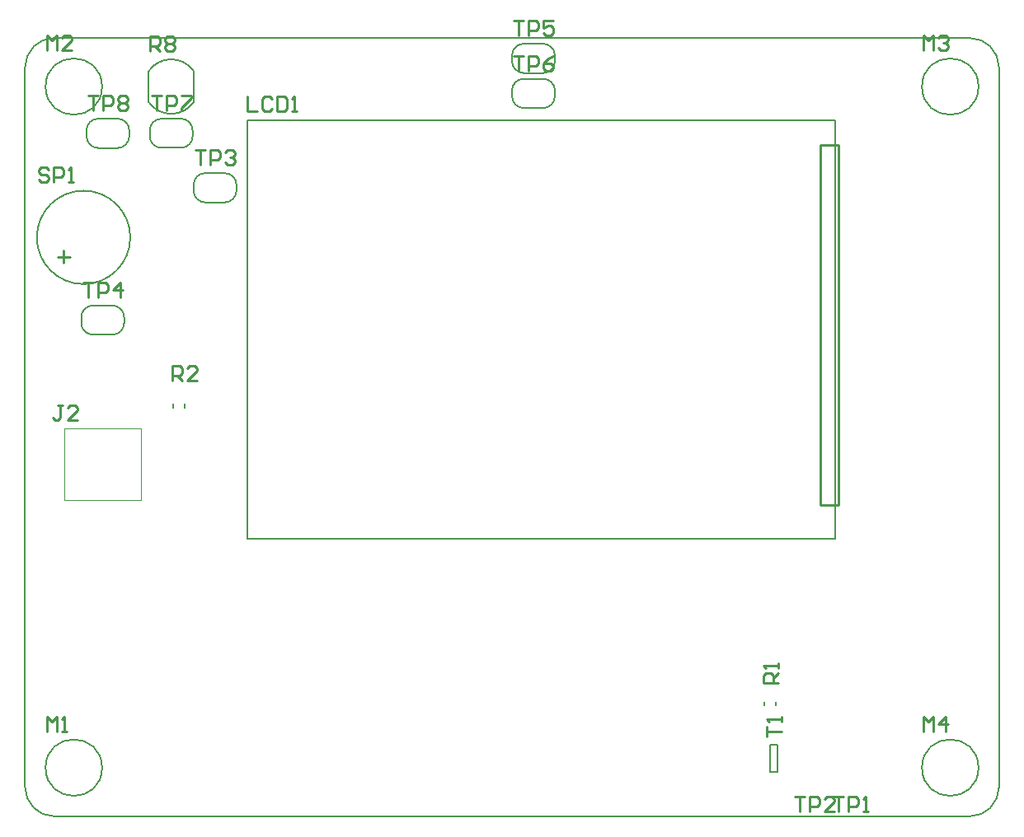
<source format=gto>
G04*
G04 #@! TF.GenerationSoftware,Altium Limited,Altium Designer,19.0.10 (269)*
G04*
G04 Layer_Color=65535*
%FSLAX44Y44*%
%MOMM*%
G71*
G01*
G75*
%ADD10C,0.1500*%
%ADD11C,0.1524*%
%ADD12C,0.1000*%
%ADD13C,0.2540*%
D10*
X107000Y704958D02*
G03*
X95000Y716957I-12000J0D01*
G01*
X63000Y698958D02*
G03*
X75000Y686957I12000J0D01*
G01*
X95000D02*
G03*
X107000Y698958I0J12000D01*
G01*
X75000Y716957D02*
G03*
X63000Y704958I0J-12000D01*
G01*
X108000Y595000D02*
G03*
X108000Y595000I-48000J0D01*
G01*
X217000Y649000D02*
G03*
X205000Y661000I-12000J0D01*
G01*
X173000Y643000D02*
G03*
X185000Y631000I12000J0D01*
G01*
X205000D02*
G03*
X217000Y643000I0J12000D01*
G01*
X185000Y661000D02*
G03*
X173000Y649000I0J-12000D01*
G01*
X101650Y513000D02*
G03*
X89650Y525000I-12000J0D01*
G01*
X57650Y507000D02*
G03*
X69650Y495000I12000J0D01*
G01*
X89650D02*
G03*
X101650Y507000I0J12000D01*
G01*
X69650Y525000D02*
G03*
X57650Y513000I0J-12000D01*
G01*
X500000Y740000D02*
G03*
X512000Y728000I12000J0D01*
G01*
X544000Y746000D02*
G03*
X532000Y758000I-12000J0D01*
G01*
X512000D02*
G03*
X500000Y746000I0J-12000D01*
G01*
X532000Y728000D02*
G03*
X544000Y740000I0J12000D01*
G01*
Y782000D02*
G03*
X532000Y794000I-12000J0D01*
G01*
X500000Y776000D02*
G03*
X512000Y764000I12000J0D01*
G01*
X532000D02*
G03*
X544000Y776000I0J12000D01*
G01*
X512000Y794000D02*
G03*
X500000Y782000I0J-12000D01*
G01*
X172000Y705000D02*
G03*
X160000Y717000I-12000J0D01*
G01*
X128000Y699000D02*
G03*
X140000Y687000I12000J0D01*
G01*
X160000D02*
G03*
X172000Y699000I0J12000D01*
G01*
X140000Y717000D02*
G03*
X128000Y705000I0J-12000D01*
G01*
X979000Y50000D02*
G03*
X979000Y50000I-29000J0D01*
G01*
Y750000D02*
G03*
X979000Y750000I-29000J0D01*
G01*
X79000D02*
G03*
X79000Y750000I-29000J0D01*
G01*
X79001Y50001D02*
G03*
X79001Y50001I-29000J0D01*
G01*
X127008Y734020D02*
G03*
X172992Y734020I22992J15980D01*
G01*
Y765980D02*
G03*
X127008Y765980I-22992J-15980D01*
G01*
X75000Y716957D02*
X95000D01*
X63000Y698958D02*
Y704958D01*
X107000Y698958D02*
Y704958D01*
X75000Y686957D02*
X95000D01*
X164000Y420000D02*
Y424000D01*
X152000Y420000D02*
Y424000D01*
X765000Y74000D02*
X773000D01*
X765000Y46000D02*
X773000D01*
X765000D02*
Y74000D01*
X773000Y46000D02*
Y74000D01*
X771000Y114000D02*
Y118000D01*
X759000Y114000D02*
Y118000D01*
X185000Y661000D02*
X205000D01*
X173000Y643000D02*
Y649000D01*
X217000Y643000D02*
Y649000D01*
X185000Y631000D02*
X205000D01*
X69650Y525000D02*
X89650D01*
X57650Y507000D02*
Y513000D01*
X101650Y507000D02*
Y513000D01*
X69650Y495000D02*
X89650D01*
X512000Y728000D02*
X532000D01*
X544000Y740000D02*
Y746000D01*
X500000Y740000D02*
Y746000D01*
X512000Y758000D02*
X532000D01*
X512000Y794000D02*
X532000D01*
X500000Y776000D02*
Y782000D01*
X544000Y776000D02*
Y782000D01*
X512000Y764000D02*
X532000D01*
X140000Y717000D02*
X160000D01*
X128000Y699000D02*
Y705000D01*
X172000Y699000D02*
Y705000D01*
X140000Y687000D02*
X160000D01*
X173000Y734000D02*
Y766000D01*
X127000Y734000D02*
Y766000D01*
X0Y30000D02*
G03*
X30000Y0I30000J0D01*
G01*
X970046D02*
G03*
X1000000Y29954I0J29954D01*
G01*
Y770000D02*
G03*
X970000Y800000I-30000J0D01*
G01*
X30000D02*
G03*
X0Y770000I0J-30000D01*
G01*
X30000Y0D02*
X970046D01*
X1000000Y29954D02*
Y770000D01*
X30000Y800000D02*
X970000D01*
X0Y30000D02*
Y770000D01*
D11*
X228000Y285000D02*
Y715000D01*
X832000Y285000D02*
Y715000D01*
X228000D02*
X832000D01*
X228000Y285000D02*
X832000D01*
D12*
X40650Y398700D02*
X118650D01*
Y324700D02*
Y398700D01*
X40650Y324700D02*
Y398700D01*
Y324700D02*
X118650D01*
D13*
X39715Y568975D02*
Y581355D01*
X45905Y575165D02*
X33525D01*
X64807Y740687D02*
X74964D01*
X69885D01*
Y725452D01*
X80042D02*
Y740687D01*
X87660D01*
X90199Y738148D01*
Y733070D01*
X87660Y730531D01*
X80042D01*
X95277Y738148D02*
X97816Y740687D01*
X102895D01*
X105434Y738148D01*
Y735609D01*
X102895Y733070D01*
X105434Y730531D01*
Y727992D01*
X102895Y725452D01*
X97816D01*
X95277Y727992D01*
Y730531D01*
X97816Y733070D01*
X95277Y735609D01*
Y738148D01*
X97816Y733070D02*
X102895D01*
X129807Y740730D02*
X139964D01*
X134885D01*
Y725495D01*
X145042D02*
Y740730D01*
X152660D01*
X155199Y738191D01*
Y733112D01*
X152660Y730573D01*
X145042D01*
X160277Y740730D02*
X170434D01*
Y738191D01*
X160277Y728034D01*
Y725495D01*
X501820Y781537D02*
X511977D01*
X506898D01*
Y766302D01*
X517055D02*
Y781537D01*
X524673D01*
X527212Y778998D01*
Y773920D01*
X524673Y771380D01*
X517055D01*
X542447Y781537D02*
X537369Y778998D01*
X532290Y773920D01*
Y768841D01*
X534829Y766302D01*
X539908D01*
X542447Y768841D01*
Y771380D01*
X539908Y773920D01*
X532290D01*
X501902Y817669D02*
X512059D01*
X506980D01*
Y802434D01*
X517137D02*
Y817669D01*
X524755D01*
X527294Y815130D01*
Y810051D01*
X524755Y807512D01*
X517137D01*
X542529Y817669D02*
X532372D01*
Y810051D01*
X537450Y812591D01*
X539990D01*
X542529Y810051D01*
Y804973D01*
X539990Y802434D01*
X534911D01*
X532372Y804973D01*
X59457Y548730D02*
X69614D01*
X64535D01*
Y533495D01*
X74692D02*
Y548730D01*
X82310D01*
X84849Y546191D01*
Y541113D01*
X82310Y538573D01*
X74692D01*
X97545Y533495D02*
Y548730D01*
X89927Y541113D01*
X100084D01*
X174807Y684730D02*
X184964D01*
X179885D01*
Y669495D01*
X190042D02*
Y684730D01*
X197660D01*
X200199Y682191D01*
Y677113D01*
X197660Y674573D01*
X190042D01*
X205277Y682191D02*
X207816Y684730D01*
X212895D01*
X215434Y682191D01*
Y679652D01*
X212895Y677113D01*
X210355D01*
X212895D01*
X215434Y674573D01*
Y672034D01*
X212895Y669495D01*
X207816D01*
X205277Y672034D01*
X790000Y20235D02*
X800157D01*
X795078D01*
Y5000D01*
X805235D02*
Y20235D01*
X812853D01*
X815392Y17696D01*
Y12617D01*
X812853Y10078D01*
X805235D01*
X830627Y5000D02*
X820470D01*
X830627Y15157D01*
Y17696D01*
X828088Y20235D01*
X823009D01*
X820470Y17696D01*
X830000Y20235D02*
X840157D01*
X835078D01*
Y5000D01*
X845235D02*
Y20235D01*
X852853D01*
X855392Y17696D01*
Y12617D01*
X852853Y10078D01*
X845235D01*
X860470Y5000D02*
X865548D01*
X863009D01*
Y20235D01*
X860470Y17696D01*
X761765Y82000D02*
Y92157D01*
Y87078D01*
X777000D01*
Y97235D02*
Y102313D01*
Y99774D01*
X761765D01*
X764304Y97235D01*
X24063Y664142D02*
X21523Y666681D01*
X16445D01*
X13906Y664142D01*
Y661603D01*
X16445Y659063D01*
X21523D01*
X24063Y656524D01*
Y653985D01*
X21523Y651446D01*
X16445D01*
X13906Y653985D01*
X29141Y651446D02*
Y666681D01*
X36759D01*
X39298Y664142D01*
Y659063D01*
X36759Y656524D01*
X29141D01*
X44376Y651446D02*
X49454D01*
X46915D01*
Y666681D01*
X44376Y664142D01*
X128714Y786320D02*
Y801555D01*
X136332D01*
X138871Y799016D01*
Y793938D01*
X136332Y791398D01*
X128714D01*
X133792D02*
X138871Y786320D01*
X143949Y799016D02*
X146488Y801555D01*
X151567D01*
X154106Y799016D01*
Y796477D01*
X151567Y793938D01*
X154106Y791398D01*
Y788859D01*
X151567Y786320D01*
X146488D01*
X143949Y788859D01*
Y791398D01*
X146488Y793938D01*
X143949Y796477D01*
Y799016D01*
X146488Y793938D02*
X151567D01*
X151416Y447900D02*
Y463135D01*
X159033D01*
X161573Y460596D01*
Y455518D01*
X159033Y452978D01*
X151416D01*
X156494D02*
X161573Y447900D01*
X176808D02*
X166651D01*
X176808Y458057D01*
Y460596D01*
X174269Y463135D01*
X169190D01*
X166651Y460596D01*
X773043Y137000D02*
X757807D01*
Y144618D01*
X760347Y147157D01*
X765425D01*
X767964Y144618D01*
Y137000D01*
Y142078D02*
X773043Y147157D01*
Y152235D02*
Y157313D01*
Y154774D01*
X757807D01*
X760347Y152235D01*
X922718Y87312D02*
Y102547D01*
X927796Y97469D01*
X932875Y102547D01*
Y87312D01*
X945571D02*
Y102547D01*
X937953Y94930D01*
X948110D01*
X922718Y787336D02*
Y802571D01*
X927796Y797493D01*
X932875Y802571D01*
Y787336D01*
X937953Y800032D02*
X940492Y802571D01*
X945571D01*
X948110Y800032D01*
Y797493D01*
X945571Y794954D01*
X943031D01*
X945571D01*
X948110Y792414D01*
Y789875D01*
X945571Y787336D01*
X940492D01*
X937953Y789875D01*
X22796Y787336D02*
Y802571D01*
X27874Y797493D01*
X32953Y802571D01*
Y787336D01*
X48188D02*
X38031D01*
X48188Y797493D01*
Y800032D01*
X45649Y802571D01*
X40570D01*
X38031Y800032D01*
X22796Y87312D02*
Y102547D01*
X27874Y97469D01*
X32953Y102547D01*
Y87312D01*
X38031D02*
X43109D01*
X40570D01*
Y102547D01*
X38031Y100008D01*
X228282Y740087D02*
Y724852D01*
X238439D01*
X253674Y737548D02*
X251135Y740087D01*
X246056D01*
X243517Y737548D01*
Y727391D01*
X246056Y724852D01*
X251135D01*
X253674Y727391D01*
X258752Y740087D02*
Y724852D01*
X266370D01*
X268909Y727391D01*
Y737548D01*
X266370Y740087D01*
X258752D01*
X273987Y724852D02*
X279066D01*
X276526D01*
Y740087D01*
X273987Y737548D01*
X38663Y422051D02*
X33584D01*
X36123D01*
Y409355D01*
X33584Y406816D01*
X31045D01*
X28506Y409355D01*
X53898Y406816D02*
X43741D01*
X53898Y416973D01*
Y419512D01*
X51359Y422051D01*
X46280D01*
X43741Y419512D01*
X817000Y690000D02*
X817000Y320000D01*
X835000D01*
X835000Y690000D02*
X835000Y320000D01*
X817000Y690000D02*
X835000D01*
M02*

</source>
